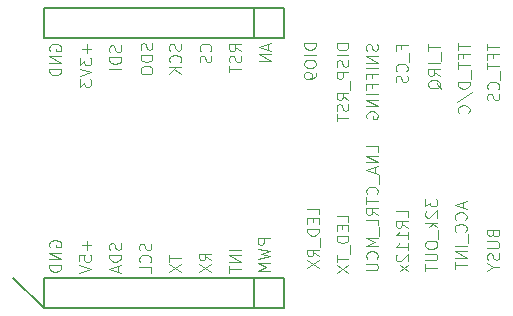
<source format=gbr>
%TF.GenerationSoftware,KiCad,Pcbnew,(6.0.8)*%
%TF.CreationDate,2023-04-10T13:30:07+02:00*%
%TF.ProjectId,LR1120_Mikrobus,4c523131-3230-45f4-9d69-6b726f627573,rev?*%
%TF.SameCoordinates,Original*%
%TF.FileFunction,Legend,Bot*%
%TF.FilePolarity,Positive*%
%FSLAX46Y46*%
G04 Gerber Fmt 4.6, Leading zero omitted, Abs format (unit mm)*
G04 Created by KiCad (PCBNEW (6.0.8)) date 2023-04-10 13:30:07*
%MOMM*%
%LPD*%
G01*
G04 APERTURE LIST*
%ADD10C,0.050000*%
%ADD11C,0.127000*%
G04 APERTURE END LIST*
D10*
X128452380Y-103035714D02*
X127452380Y-103035714D01*
X127452380Y-103273809D01*
X127500000Y-103416666D01*
X127595238Y-103511904D01*
X127690476Y-103559523D01*
X127880952Y-103607142D01*
X128023809Y-103607142D01*
X128214285Y-103559523D01*
X128309523Y-103511904D01*
X128404761Y-103416666D01*
X128452380Y-103273809D01*
X128452380Y-103035714D01*
X128452380Y-104035714D02*
X127452380Y-104035714D01*
X128404761Y-104464285D02*
X128452380Y-104607142D01*
X128452380Y-104845238D01*
X128404761Y-104940476D01*
X128357142Y-104988095D01*
X128261904Y-105035714D01*
X128166666Y-105035714D01*
X128071428Y-104988095D01*
X128023809Y-104940476D01*
X127976190Y-104845238D01*
X127928571Y-104654761D01*
X127880952Y-104559523D01*
X127833333Y-104511904D01*
X127738095Y-104464285D01*
X127642857Y-104464285D01*
X127547619Y-104511904D01*
X127500000Y-104559523D01*
X127452380Y-104654761D01*
X127452380Y-104892857D01*
X127500000Y-105035714D01*
X128452380Y-105464285D02*
X127452380Y-105464285D01*
X127452380Y-105845238D01*
X127500000Y-105940476D01*
X127547619Y-105988095D01*
X127642857Y-106035714D01*
X127785714Y-106035714D01*
X127880952Y-105988095D01*
X127928571Y-105940476D01*
X127976190Y-105845238D01*
X127976190Y-105464285D01*
X128547619Y-106226190D02*
X128547619Y-106988095D01*
X128452380Y-107797619D02*
X127976190Y-107464285D01*
X128452380Y-107226190D02*
X127452380Y-107226190D01*
X127452380Y-107607142D01*
X127500000Y-107702380D01*
X127547619Y-107750000D01*
X127642857Y-107797619D01*
X127785714Y-107797619D01*
X127880952Y-107750000D01*
X127928571Y-107702380D01*
X127976190Y-107607142D01*
X127976190Y-107226190D01*
X128404761Y-108178571D02*
X128452380Y-108321428D01*
X128452380Y-108559523D01*
X128404761Y-108654761D01*
X128357142Y-108702380D01*
X128261904Y-108750000D01*
X128166666Y-108750000D01*
X128071428Y-108702380D01*
X128023809Y-108654761D01*
X127976190Y-108559523D01*
X127928571Y-108369047D01*
X127880952Y-108273809D01*
X127833333Y-108226190D01*
X127738095Y-108178571D01*
X127642857Y-108178571D01*
X127547619Y-108226190D01*
X127500000Y-108273809D01*
X127452380Y-108369047D01*
X127452380Y-108607142D01*
X127500000Y-108750000D01*
X127452380Y-109035714D02*
X127452380Y-109607142D01*
X128452380Y-109321428D02*
X127452380Y-109321428D01*
X137702380Y-103000000D02*
X137702380Y-103571428D01*
X138702380Y-103285714D02*
X137702380Y-103285714D01*
X138178571Y-104238095D02*
X138178571Y-103904761D01*
X138702380Y-103904761D02*
X137702380Y-103904761D01*
X137702380Y-104380952D01*
X137702380Y-104619047D02*
X137702380Y-105190476D01*
X138702380Y-104904761D02*
X137702380Y-104904761D01*
X138797619Y-105285714D02*
X138797619Y-106047619D01*
X138702380Y-106285714D02*
X137702380Y-106285714D01*
X137702380Y-106523809D01*
X137750000Y-106666666D01*
X137845238Y-106761904D01*
X137940476Y-106809523D01*
X138130952Y-106857142D01*
X138273809Y-106857142D01*
X138464285Y-106809523D01*
X138559523Y-106761904D01*
X138654761Y-106666666D01*
X138702380Y-106523809D01*
X138702380Y-106285714D01*
X137654761Y-108000000D02*
X138940476Y-107142857D01*
X138607142Y-108904761D02*
X138654761Y-108857142D01*
X138702380Y-108714285D01*
X138702380Y-108619047D01*
X138654761Y-108476190D01*
X138559523Y-108380952D01*
X138464285Y-108333333D01*
X138273809Y-108285714D01*
X138130952Y-108285714D01*
X137940476Y-108333333D01*
X137845238Y-108380952D01*
X137750000Y-108476190D01*
X137702380Y-108619047D01*
X137702380Y-108714285D01*
X137750000Y-108857142D01*
X137797619Y-108904761D01*
X140678571Y-119142857D02*
X140726190Y-119285714D01*
X140773809Y-119333333D01*
X140869047Y-119380952D01*
X141011904Y-119380952D01*
X141107142Y-119333333D01*
X141154761Y-119285714D01*
X141202380Y-119190476D01*
X141202380Y-118809523D01*
X140202380Y-118809523D01*
X140202380Y-119142857D01*
X140250000Y-119238095D01*
X140297619Y-119285714D01*
X140392857Y-119333333D01*
X140488095Y-119333333D01*
X140583333Y-119285714D01*
X140630952Y-119238095D01*
X140678571Y-119142857D01*
X140678571Y-118809523D01*
X140202380Y-119809523D02*
X141011904Y-119809523D01*
X141107142Y-119857142D01*
X141154761Y-119904761D01*
X141202380Y-120000000D01*
X141202380Y-120190476D01*
X141154761Y-120285714D01*
X141107142Y-120333333D01*
X141011904Y-120380952D01*
X140202380Y-120380952D01*
X141154761Y-120809523D02*
X141202380Y-120952380D01*
X141202380Y-121190476D01*
X141154761Y-121285714D01*
X141107142Y-121333333D01*
X141011904Y-121380952D01*
X140916666Y-121380952D01*
X140821428Y-121333333D01*
X140773809Y-121285714D01*
X140726190Y-121190476D01*
X140678571Y-121000000D01*
X140630952Y-120904761D01*
X140583333Y-120857142D01*
X140488095Y-120809523D01*
X140392857Y-120809523D01*
X140297619Y-120857142D01*
X140250000Y-120904761D01*
X140202380Y-121000000D01*
X140202380Y-121238095D01*
X140250000Y-121380952D01*
X140726190Y-122000000D02*
X141202380Y-122000000D01*
X140202380Y-121666666D02*
X140726190Y-122000000D01*
X140202380Y-122333333D01*
X130952380Y-112214285D02*
X130952380Y-111738095D01*
X129952380Y-111738095D01*
X130952380Y-112547619D02*
X129952380Y-112547619D01*
X130952380Y-113119047D01*
X129952380Y-113119047D01*
X130666666Y-113547619D02*
X130666666Y-114023809D01*
X130952380Y-113452380D02*
X129952380Y-113785714D01*
X130952380Y-114119047D01*
X131047619Y-114214285D02*
X131047619Y-114976190D01*
X130857142Y-115785714D02*
X130904761Y-115738095D01*
X130952380Y-115595238D01*
X130952380Y-115500000D01*
X130904761Y-115357142D01*
X130809523Y-115261904D01*
X130714285Y-115214285D01*
X130523809Y-115166666D01*
X130380952Y-115166666D01*
X130190476Y-115214285D01*
X130095238Y-115261904D01*
X130000000Y-115357142D01*
X129952380Y-115500000D01*
X129952380Y-115595238D01*
X130000000Y-115738095D01*
X130047619Y-115785714D01*
X129952380Y-116071428D02*
X129952380Y-116642857D01*
X130952380Y-116357142D02*
X129952380Y-116357142D01*
X130952380Y-117547619D02*
X130476190Y-117214285D01*
X130952380Y-116976190D02*
X129952380Y-116976190D01*
X129952380Y-117357142D01*
X130000000Y-117452380D01*
X130047619Y-117500000D01*
X130142857Y-117547619D01*
X130285714Y-117547619D01*
X130380952Y-117500000D01*
X130428571Y-117452380D01*
X130476190Y-117357142D01*
X130476190Y-116976190D01*
X130952380Y-118452380D02*
X130952380Y-117976190D01*
X129952380Y-117976190D01*
X131047619Y-118547619D02*
X131047619Y-119309523D01*
X130952380Y-119547619D02*
X129952380Y-119547619D01*
X130666666Y-119880952D01*
X129952380Y-120214285D01*
X130952380Y-120214285D01*
X130857142Y-121261904D02*
X130904761Y-121214285D01*
X130952380Y-121071428D01*
X130952380Y-120976190D01*
X130904761Y-120833333D01*
X130809523Y-120738095D01*
X130714285Y-120690476D01*
X130523809Y-120642857D01*
X130380952Y-120642857D01*
X130190476Y-120690476D01*
X130095238Y-120738095D01*
X130000000Y-120833333D01*
X129952380Y-120976190D01*
X129952380Y-121071428D01*
X130000000Y-121214285D01*
X130047619Y-121261904D01*
X129952380Y-121690476D02*
X130761904Y-121690476D01*
X130857142Y-121738095D01*
X130904761Y-121785714D01*
X130952380Y-121880952D01*
X130952380Y-122071428D01*
X130904761Y-122166666D01*
X130857142Y-122214285D01*
X130761904Y-122261904D01*
X129952380Y-122261904D01*
X125952380Y-117500000D02*
X125952380Y-117023809D01*
X124952380Y-117023809D01*
X125428571Y-117833333D02*
X125428571Y-118166666D01*
X125952380Y-118309523D02*
X125952380Y-117833333D01*
X124952380Y-117833333D01*
X124952380Y-118309523D01*
X125952380Y-118738095D02*
X124952380Y-118738095D01*
X124952380Y-118976190D01*
X125000000Y-119119047D01*
X125095238Y-119214285D01*
X125190476Y-119261904D01*
X125380952Y-119309523D01*
X125523809Y-119309523D01*
X125714285Y-119261904D01*
X125809523Y-119214285D01*
X125904761Y-119119047D01*
X125952380Y-118976190D01*
X125952380Y-118738095D01*
X126047619Y-119500000D02*
X126047619Y-120261904D01*
X125952380Y-121071428D02*
X125476190Y-120738095D01*
X125952380Y-120500000D02*
X124952380Y-120500000D01*
X124952380Y-120880952D01*
X125000000Y-120976190D01*
X125047619Y-121023809D01*
X125142857Y-121071428D01*
X125285714Y-121071428D01*
X125380952Y-121023809D01*
X125428571Y-120976190D01*
X125476190Y-120880952D01*
X125476190Y-120500000D01*
X124952380Y-121404761D02*
X125952380Y-122071428D01*
X124952380Y-122071428D02*
X125952380Y-121404761D01*
X134952380Y-116226190D02*
X134952380Y-116845238D01*
X135333333Y-116511904D01*
X135333333Y-116654761D01*
X135380952Y-116750000D01*
X135428571Y-116797619D01*
X135523809Y-116845238D01*
X135761904Y-116845238D01*
X135857142Y-116797619D01*
X135904761Y-116750000D01*
X135952380Y-116654761D01*
X135952380Y-116369047D01*
X135904761Y-116273809D01*
X135857142Y-116226190D01*
X135047619Y-117226190D02*
X135000000Y-117273809D01*
X134952380Y-117369047D01*
X134952380Y-117607142D01*
X135000000Y-117702380D01*
X135047619Y-117750000D01*
X135142857Y-117797619D01*
X135238095Y-117797619D01*
X135380952Y-117750000D01*
X135952380Y-117178571D01*
X135952380Y-117797619D01*
X135952380Y-118226190D02*
X134952380Y-118226190D01*
X135571428Y-118321428D02*
X135952380Y-118607142D01*
X135285714Y-118607142D02*
X135666666Y-118226190D01*
X136047619Y-118797619D02*
X136047619Y-119559523D01*
X134952380Y-119988095D02*
X134952380Y-120178571D01*
X135000000Y-120273809D01*
X135095238Y-120369047D01*
X135285714Y-120416666D01*
X135619047Y-120416666D01*
X135809523Y-120369047D01*
X135904761Y-120273809D01*
X135952380Y-120178571D01*
X135952380Y-119988095D01*
X135904761Y-119892857D01*
X135809523Y-119797619D01*
X135619047Y-119750000D01*
X135285714Y-119750000D01*
X135095238Y-119797619D01*
X135000000Y-119892857D01*
X134952380Y-119988095D01*
X134952380Y-120845238D02*
X135761904Y-120845238D01*
X135857142Y-120892857D01*
X135904761Y-120940476D01*
X135952380Y-121035714D01*
X135952380Y-121226190D01*
X135904761Y-121321428D01*
X135857142Y-121369047D01*
X135761904Y-121416666D01*
X134952380Y-121416666D01*
X134952380Y-121750000D02*
X134952380Y-122321428D01*
X135952380Y-122035714D02*
X134952380Y-122035714D01*
X130904761Y-103083333D02*
X130952380Y-103226190D01*
X130952380Y-103464285D01*
X130904761Y-103559523D01*
X130857142Y-103607142D01*
X130761904Y-103654761D01*
X130666666Y-103654761D01*
X130571428Y-103607142D01*
X130523809Y-103559523D01*
X130476190Y-103464285D01*
X130428571Y-103273809D01*
X130380952Y-103178571D01*
X130333333Y-103130952D01*
X130238095Y-103083333D01*
X130142857Y-103083333D01*
X130047619Y-103130952D01*
X130000000Y-103178571D01*
X129952380Y-103273809D01*
X129952380Y-103511904D01*
X130000000Y-103654761D01*
X130952380Y-104083333D02*
X129952380Y-104083333D01*
X130952380Y-104654761D01*
X129952380Y-104654761D01*
X130952380Y-105130952D02*
X129952380Y-105130952D01*
X130428571Y-105940476D02*
X130428571Y-105607142D01*
X130952380Y-105607142D02*
X129952380Y-105607142D01*
X129952380Y-106083333D01*
X130428571Y-106797619D02*
X130428571Y-106464285D01*
X130952380Y-106464285D02*
X129952380Y-106464285D01*
X129952380Y-106940476D01*
X130952380Y-107321428D02*
X129952380Y-107321428D01*
X130952380Y-107797619D02*
X129952380Y-107797619D01*
X130952380Y-108369047D01*
X129952380Y-108369047D01*
X130000000Y-109369047D02*
X129952380Y-109273809D01*
X129952380Y-109130952D01*
X130000000Y-108988095D01*
X130095238Y-108892857D01*
X130190476Y-108845238D01*
X130380952Y-108797619D01*
X130523809Y-108797619D01*
X130714285Y-108845238D01*
X130809523Y-108892857D01*
X130904761Y-108988095D01*
X130952380Y-109130952D01*
X130952380Y-109226190D01*
X130904761Y-109369047D01*
X130857142Y-109416666D01*
X130523809Y-109416666D01*
X130523809Y-109226190D01*
X135202380Y-103071428D02*
X135202380Y-103642857D01*
X136202380Y-103357142D02*
X135202380Y-103357142D01*
X136297619Y-103738095D02*
X136297619Y-104500000D01*
X136202380Y-104738095D02*
X135202380Y-104738095D01*
X136202380Y-105785714D02*
X135726190Y-105452380D01*
X136202380Y-105214285D02*
X135202380Y-105214285D01*
X135202380Y-105595238D01*
X135250000Y-105690476D01*
X135297619Y-105738095D01*
X135392857Y-105785714D01*
X135535714Y-105785714D01*
X135630952Y-105738095D01*
X135678571Y-105690476D01*
X135726190Y-105595238D01*
X135726190Y-105214285D01*
X136297619Y-106880952D02*
X136250000Y-106785714D01*
X136154761Y-106690476D01*
X136011904Y-106547619D01*
X135964285Y-106452380D01*
X135964285Y-106357142D01*
X136202380Y-106404761D02*
X136154761Y-106309523D01*
X136059523Y-106214285D01*
X135869047Y-106166666D01*
X135535714Y-106166666D01*
X135345238Y-106214285D01*
X135250000Y-106309523D01*
X135202380Y-106404761D01*
X135202380Y-106595238D01*
X135250000Y-106690476D01*
X135345238Y-106785714D01*
X135535714Y-106833333D01*
X135869047Y-106833333D01*
X136059523Y-106785714D01*
X136154761Y-106690476D01*
X136202380Y-106595238D01*
X136202380Y-106404761D01*
X133452380Y-117726190D02*
X133452380Y-117250000D01*
X132452380Y-117250000D01*
X133452380Y-118630952D02*
X132976190Y-118297619D01*
X133452380Y-118059523D02*
X132452380Y-118059523D01*
X132452380Y-118440476D01*
X132500000Y-118535714D01*
X132547619Y-118583333D01*
X132642857Y-118630952D01*
X132785714Y-118630952D01*
X132880952Y-118583333D01*
X132928571Y-118535714D01*
X132976190Y-118440476D01*
X132976190Y-118059523D01*
X133452380Y-119583333D02*
X133452380Y-119011904D01*
X133452380Y-119297619D02*
X132452380Y-119297619D01*
X132595238Y-119202380D01*
X132690476Y-119107142D01*
X132738095Y-119011904D01*
X133452380Y-120535714D02*
X133452380Y-119964285D01*
X133452380Y-120250000D02*
X132452380Y-120250000D01*
X132595238Y-120154761D01*
X132690476Y-120059523D01*
X132738095Y-119964285D01*
X132547619Y-120916666D02*
X132500000Y-120964285D01*
X132452380Y-121059523D01*
X132452380Y-121297619D01*
X132500000Y-121392857D01*
X132547619Y-121440476D01*
X132642857Y-121488095D01*
X132738095Y-121488095D01*
X132880952Y-121440476D01*
X133452380Y-120869047D01*
X133452380Y-121488095D01*
X133452380Y-121821428D02*
X132785714Y-122345238D01*
X132785714Y-121821428D02*
X133452380Y-122345238D01*
X138166666Y-116488095D02*
X138166666Y-116964285D01*
X138452380Y-116392857D02*
X137452380Y-116726190D01*
X138452380Y-117059523D01*
X138357142Y-117964285D02*
X138404761Y-117916666D01*
X138452380Y-117773809D01*
X138452380Y-117678571D01*
X138404761Y-117535714D01*
X138309523Y-117440476D01*
X138214285Y-117392857D01*
X138023809Y-117345238D01*
X137880952Y-117345238D01*
X137690476Y-117392857D01*
X137595238Y-117440476D01*
X137500000Y-117535714D01*
X137452380Y-117678571D01*
X137452380Y-117773809D01*
X137500000Y-117916666D01*
X137547619Y-117964285D01*
X138357142Y-118964285D02*
X138404761Y-118916666D01*
X138452380Y-118773809D01*
X138452380Y-118678571D01*
X138404761Y-118535714D01*
X138309523Y-118440476D01*
X138214285Y-118392857D01*
X138023809Y-118345238D01*
X137880952Y-118345238D01*
X137690476Y-118392857D01*
X137595238Y-118440476D01*
X137500000Y-118535714D01*
X137452380Y-118678571D01*
X137452380Y-118773809D01*
X137500000Y-118916666D01*
X137547619Y-118964285D01*
X138547619Y-119154761D02*
X138547619Y-119916666D01*
X138452380Y-120154761D02*
X137452380Y-120154761D01*
X138452380Y-120630952D02*
X137452380Y-120630952D01*
X138452380Y-121202380D01*
X137452380Y-121202380D01*
X137452380Y-121535714D02*
X137452380Y-122107142D01*
X138452380Y-121821428D02*
X137452380Y-121821428D01*
X132928571Y-103535714D02*
X132928571Y-103202380D01*
X133452380Y-103202380D02*
X132452380Y-103202380D01*
X132452380Y-103678571D01*
X133547619Y-103821428D02*
X133547619Y-104583333D01*
X133357142Y-105392857D02*
X133404761Y-105345238D01*
X133452380Y-105202380D01*
X133452380Y-105107142D01*
X133404761Y-104964285D01*
X133309523Y-104869047D01*
X133214285Y-104821428D01*
X133023809Y-104773809D01*
X132880952Y-104773809D01*
X132690476Y-104821428D01*
X132595238Y-104869047D01*
X132500000Y-104964285D01*
X132452380Y-105107142D01*
X132452380Y-105202380D01*
X132500000Y-105345238D01*
X132547619Y-105392857D01*
X133404761Y-105773809D02*
X133452380Y-105916666D01*
X133452380Y-106154761D01*
X133404761Y-106250000D01*
X133357142Y-106297619D01*
X133261904Y-106345238D01*
X133166666Y-106345238D01*
X133071428Y-106297619D01*
X133023809Y-106250000D01*
X132976190Y-106154761D01*
X132928571Y-105964285D01*
X132880952Y-105869047D01*
X132833333Y-105821428D01*
X132738095Y-105773809D01*
X132642857Y-105773809D01*
X132547619Y-105821428D01*
X132500000Y-105869047D01*
X132452380Y-105964285D01*
X132452380Y-106202380D01*
X132500000Y-106345238D01*
X128452380Y-118119047D02*
X128452380Y-117642857D01*
X127452380Y-117642857D01*
X127928571Y-118452380D02*
X127928571Y-118785714D01*
X128452380Y-118928571D02*
X128452380Y-118452380D01*
X127452380Y-118452380D01*
X127452380Y-118928571D01*
X128452380Y-119357142D02*
X127452380Y-119357142D01*
X127452380Y-119595238D01*
X127500000Y-119738095D01*
X127595238Y-119833333D01*
X127690476Y-119880952D01*
X127880952Y-119928571D01*
X128023809Y-119928571D01*
X128214285Y-119880952D01*
X128309523Y-119833333D01*
X128404761Y-119738095D01*
X128452380Y-119595238D01*
X128452380Y-119357142D01*
X128547619Y-120119047D02*
X128547619Y-120880952D01*
X127452380Y-120976190D02*
X127452380Y-121547619D01*
X128452380Y-121261904D02*
X127452380Y-121261904D01*
X127452380Y-121785714D02*
X128452380Y-122452380D01*
X127452380Y-122452380D02*
X128452380Y-121785714D01*
X125702380Y-103000000D02*
X124702380Y-103000000D01*
X124702380Y-103238095D01*
X124750000Y-103380952D01*
X124845238Y-103476190D01*
X124940476Y-103523809D01*
X125130952Y-103571428D01*
X125273809Y-103571428D01*
X125464285Y-103523809D01*
X125559523Y-103476190D01*
X125654761Y-103380952D01*
X125702380Y-103238095D01*
X125702380Y-103000000D01*
X125702380Y-104000000D02*
X124702380Y-104000000D01*
X124702380Y-104666666D02*
X124702380Y-104857142D01*
X124750000Y-104952380D01*
X124845238Y-105047619D01*
X125035714Y-105095238D01*
X125369047Y-105095238D01*
X125559523Y-105047619D01*
X125654761Y-104952380D01*
X125702380Y-104857142D01*
X125702380Y-104666666D01*
X125654761Y-104571428D01*
X125559523Y-104476190D01*
X125369047Y-104428571D01*
X125035714Y-104428571D01*
X124845238Y-104476190D01*
X124750000Y-104571428D01*
X124702380Y-104666666D01*
X125702380Y-105571428D02*
X125702380Y-105761904D01*
X125654761Y-105857142D01*
X125607142Y-105904761D01*
X125464285Y-106000000D01*
X125273809Y-106047619D01*
X124892857Y-106047619D01*
X124797619Y-106000000D01*
X124750000Y-105952380D01*
X124702380Y-105857142D01*
X124702380Y-105666666D01*
X124750000Y-105571428D01*
X124797619Y-105523809D01*
X124892857Y-105476190D01*
X125130952Y-105476190D01*
X125226190Y-105523809D01*
X125273809Y-105571428D01*
X125321428Y-105666666D01*
X125321428Y-105857142D01*
X125273809Y-105952380D01*
X125226190Y-106000000D01*
X125130952Y-106047619D01*
X140202380Y-103047619D02*
X140202380Y-103619047D01*
X141202380Y-103333333D02*
X140202380Y-103333333D01*
X140678571Y-104285714D02*
X140678571Y-103952380D01*
X141202380Y-103952380D02*
X140202380Y-103952380D01*
X140202380Y-104428571D01*
X140202380Y-104666666D02*
X140202380Y-105238095D01*
X141202380Y-104952380D02*
X140202380Y-104952380D01*
X141297619Y-105333333D02*
X141297619Y-106095238D01*
X141107142Y-106904761D02*
X141154761Y-106857142D01*
X141202380Y-106714285D01*
X141202380Y-106619047D01*
X141154761Y-106476190D01*
X141059523Y-106380952D01*
X140964285Y-106333333D01*
X140773809Y-106285714D01*
X140630952Y-106285714D01*
X140440476Y-106333333D01*
X140345238Y-106380952D01*
X140250000Y-106476190D01*
X140202380Y-106619047D01*
X140202380Y-106714285D01*
X140250000Y-106857142D01*
X140297619Y-106904761D01*
X141154761Y-107285714D02*
X141202380Y-107428571D01*
X141202380Y-107666666D01*
X141154761Y-107761904D01*
X141107142Y-107809523D01*
X141011904Y-107857142D01*
X140916666Y-107857142D01*
X140821428Y-107809523D01*
X140773809Y-107761904D01*
X140726190Y-107666666D01*
X140678571Y-107476190D01*
X140630952Y-107380952D01*
X140583333Y-107333333D01*
X140488095Y-107285714D01*
X140392857Y-107285714D01*
X140297619Y-107333333D01*
X140250000Y-107380952D01*
X140202380Y-107476190D01*
X140202380Y-107714285D01*
X140250000Y-107857142D01*
%TO.C,CON1*%
X121616666Y-103071286D02*
X121616666Y-103547476D01*
X121902380Y-102976048D02*
X120902380Y-103309381D01*
X121902380Y-103642714D01*
X121902380Y-103976048D02*
X120902380Y-103976048D01*
X121902380Y-104547476D01*
X120902380Y-104547476D01*
X119362380Y-103690333D02*
X118886190Y-103357000D01*
X119362380Y-103118905D02*
X118362380Y-103118905D01*
X118362380Y-103499857D01*
X118410000Y-103595095D01*
X118457619Y-103642714D01*
X118552857Y-103690333D01*
X118695714Y-103690333D01*
X118790952Y-103642714D01*
X118838571Y-103595095D01*
X118886190Y-103499857D01*
X118886190Y-103118905D01*
X119314761Y-104071286D02*
X119362380Y-104214143D01*
X119362380Y-104452238D01*
X119314761Y-104547476D01*
X119267142Y-104595095D01*
X119171904Y-104642714D01*
X119076666Y-104642714D01*
X118981428Y-104595095D01*
X118933809Y-104547476D01*
X118886190Y-104452238D01*
X118838571Y-104261762D01*
X118790952Y-104166524D01*
X118743333Y-104118905D01*
X118648095Y-104071286D01*
X118552857Y-104071286D01*
X118457619Y-104118905D01*
X118410000Y-104166524D01*
X118362380Y-104261762D01*
X118362380Y-104499857D01*
X118410000Y-104642714D01*
X118362380Y-104928429D02*
X118362380Y-105499857D01*
X119362380Y-105214143D02*
X118362380Y-105214143D01*
X116752542Y-103690333D02*
X116800161Y-103642714D01*
X116847780Y-103499857D01*
X116847780Y-103404619D01*
X116800161Y-103261761D01*
X116704923Y-103166523D01*
X116609685Y-103118904D01*
X116419209Y-103071285D01*
X116276352Y-103071285D01*
X116085876Y-103118904D01*
X115990638Y-103166523D01*
X115895400Y-103261761D01*
X115847780Y-103404619D01*
X115847780Y-103499857D01*
X115895400Y-103642714D01*
X115943019Y-103690333D01*
X116800161Y-104071285D02*
X116847780Y-104214142D01*
X116847780Y-104452238D01*
X116800161Y-104547476D01*
X116752542Y-104595095D01*
X116657304Y-104642714D01*
X116562066Y-104642714D01*
X116466828Y-104595095D01*
X116419209Y-104547476D01*
X116371590Y-104452238D01*
X116323971Y-104261761D01*
X116276352Y-104166523D01*
X116228733Y-104118904D01*
X116133495Y-104071285D01*
X116038257Y-104071285D01*
X115943019Y-104118904D01*
X115895400Y-104166523D01*
X115847780Y-104261761D01*
X115847780Y-104499857D01*
X115895400Y-104642714D01*
X114234761Y-103071285D02*
X114282380Y-103214142D01*
X114282380Y-103452238D01*
X114234761Y-103547476D01*
X114187142Y-103595095D01*
X114091904Y-103642714D01*
X113996666Y-103642714D01*
X113901428Y-103595095D01*
X113853809Y-103547476D01*
X113806190Y-103452238D01*
X113758571Y-103261761D01*
X113710952Y-103166523D01*
X113663333Y-103118904D01*
X113568095Y-103071285D01*
X113472857Y-103071285D01*
X113377619Y-103118904D01*
X113330000Y-103166523D01*
X113282380Y-103261761D01*
X113282380Y-103499857D01*
X113330000Y-103642714D01*
X114187142Y-104642714D02*
X114234761Y-104595095D01*
X114282380Y-104452238D01*
X114282380Y-104357000D01*
X114234761Y-104214142D01*
X114139523Y-104118904D01*
X114044285Y-104071285D01*
X113853809Y-104023666D01*
X113710952Y-104023666D01*
X113520476Y-104071285D01*
X113425238Y-104118904D01*
X113330000Y-104214142D01*
X113282380Y-104357000D01*
X113282380Y-104452238D01*
X113330000Y-104595095D01*
X113377619Y-104642714D01*
X114282380Y-105071285D02*
X113282380Y-105071285D01*
X114282380Y-105642714D02*
X113710952Y-105214142D01*
X113282380Y-105642714D02*
X113853809Y-105071285D01*
X111809761Y-103025476D02*
X111857380Y-103168333D01*
X111857380Y-103406428D01*
X111809761Y-103501666D01*
X111762142Y-103549285D01*
X111666904Y-103596904D01*
X111571666Y-103596904D01*
X111476428Y-103549285D01*
X111428809Y-103501666D01*
X111381190Y-103406428D01*
X111333571Y-103215952D01*
X111285952Y-103120714D01*
X111238333Y-103073095D01*
X111143095Y-103025476D01*
X111047857Y-103025476D01*
X110952619Y-103073095D01*
X110905000Y-103120714D01*
X110857380Y-103215952D01*
X110857380Y-103454047D01*
X110905000Y-103596904D01*
X111857380Y-104025476D02*
X110857380Y-104025476D01*
X110857380Y-104263571D01*
X110905000Y-104406428D01*
X111000238Y-104501666D01*
X111095476Y-104549285D01*
X111285952Y-104596904D01*
X111428809Y-104596904D01*
X111619285Y-104549285D01*
X111714523Y-104501666D01*
X111809761Y-104406428D01*
X111857380Y-104263571D01*
X111857380Y-104025476D01*
X110857380Y-105215952D02*
X110857380Y-105406428D01*
X110905000Y-105501666D01*
X111000238Y-105596904D01*
X111190714Y-105644523D01*
X111524047Y-105644523D01*
X111714523Y-105596904D01*
X111809761Y-105501666D01*
X111857380Y-105406428D01*
X111857380Y-105215952D01*
X111809761Y-105120714D01*
X111714523Y-105025476D01*
X111524047Y-104977857D01*
X111190714Y-104977857D01*
X111000238Y-105025476D01*
X110905000Y-105120714D01*
X110857380Y-105215952D01*
X109154761Y-103211190D02*
X109202380Y-103354047D01*
X109202380Y-103592142D01*
X109154761Y-103687380D01*
X109107142Y-103735000D01*
X109011904Y-103782619D01*
X108916666Y-103782619D01*
X108821428Y-103735000D01*
X108773809Y-103687380D01*
X108726190Y-103592142D01*
X108678571Y-103401666D01*
X108630952Y-103306428D01*
X108583333Y-103258809D01*
X108488095Y-103211190D01*
X108392857Y-103211190D01*
X108297619Y-103258809D01*
X108250000Y-103306428D01*
X108202380Y-103401666D01*
X108202380Y-103639761D01*
X108250000Y-103782619D01*
X109202380Y-104211190D02*
X108202380Y-104211190D01*
X108202380Y-104449285D01*
X108250000Y-104592142D01*
X108345238Y-104687380D01*
X108440476Y-104735000D01*
X108630952Y-104782619D01*
X108773809Y-104782619D01*
X108964285Y-104735000D01*
X109059523Y-104687380D01*
X109154761Y-104592142D01*
X109202380Y-104449285D01*
X109202380Y-104211190D01*
X109202380Y-105211190D02*
X108202380Y-105211190D01*
X106306828Y-103118905D02*
X106306828Y-103880810D01*
X106687780Y-103499857D02*
X105925876Y-103499857D01*
X105687780Y-104261762D02*
X105687780Y-104880810D01*
X106068733Y-104547476D01*
X106068733Y-104690333D01*
X106116352Y-104785571D01*
X106163971Y-104833190D01*
X106259209Y-104880810D01*
X106497304Y-104880810D01*
X106592542Y-104833190D01*
X106640161Y-104785571D01*
X106687780Y-104690333D01*
X106687780Y-104404619D01*
X106640161Y-104309381D01*
X106592542Y-104261762D01*
X105687780Y-105166524D02*
X106687780Y-105499857D01*
X105687780Y-105833190D01*
X105687780Y-106071286D02*
X105687780Y-106690333D01*
X106068733Y-106357000D01*
X106068733Y-106499857D01*
X106116352Y-106595095D01*
X106163971Y-106642714D01*
X106259209Y-106690333D01*
X106497304Y-106690333D01*
X106592542Y-106642714D01*
X106640161Y-106595095D01*
X106687780Y-106499857D01*
X106687780Y-106214143D01*
X106640161Y-106118905D01*
X106592542Y-106071286D01*
X103170000Y-103642714D02*
X103122380Y-103547476D01*
X103122380Y-103404619D01*
X103170000Y-103261761D01*
X103265238Y-103166523D01*
X103360476Y-103118904D01*
X103550952Y-103071285D01*
X103693809Y-103071285D01*
X103884285Y-103118904D01*
X103979523Y-103166523D01*
X104074761Y-103261761D01*
X104122380Y-103404619D01*
X104122380Y-103499857D01*
X104074761Y-103642714D01*
X104027142Y-103690333D01*
X103693809Y-103690333D01*
X103693809Y-103499857D01*
X104122380Y-104118904D02*
X103122380Y-104118904D01*
X104122380Y-104690333D01*
X103122380Y-104690333D01*
X104122380Y-105166523D02*
X103122380Y-105166523D01*
X103122380Y-105404619D01*
X103170000Y-105547476D01*
X103265238Y-105642714D01*
X103360476Y-105690333D01*
X103550952Y-105737952D01*
X103693809Y-105737952D01*
X103884285Y-105690333D01*
X103979523Y-105642714D01*
X104074761Y-105547476D01*
X104122380Y-105404619D01*
X104122380Y-105166523D01*
X103170000Y-120266942D02*
X103122380Y-120171704D01*
X103122380Y-120028847D01*
X103170000Y-119885989D01*
X103265238Y-119790751D01*
X103360476Y-119743132D01*
X103550952Y-119695513D01*
X103693809Y-119695513D01*
X103884285Y-119743132D01*
X103979523Y-119790751D01*
X104074761Y-119885989D01*
X104122380Y-120028847D01*
X104122380Y-120124085D01*
X104074761Y-120266942D01*
X104027142Y-120314561D01*
X103693809Y-120314561D01*
X103693809Y-120124085D01*
X104122380Y-120743132D02*
X103122380Y-120743132D01*
X104122380Y-121314561D01*
X103122380Y-121314561D01*
X104122380Y-121790751D02*
X103122380Y-121790751D01*
X103122380Y-122028847D01*
X103170000Y-122171704D01*
X103265238Y-122266942D01*
X103360476Y-122314561D01*
X103550952Y-122362180D01*
X103693809Y-122362180D01*
X103884285Y-122314561D01*
X103979523Y-122266942D01*
X104074761Y-122171704D01*
X104122380Y-122028847D01*
X104122380Y-121790751D01*
X106281428Y-119743132D02*
X106281428Y-120505037D01*
X106662380Y-120124085D02*
X105900476Y-120124085D01*
X105662380Y-121457418D02*
X105662380Y-120981227D01*
X106138571Y-120933608D01*
X106090952Y-120981227D01*
X106043333Y-121076466D01*
X106043333Y-121314561D01*
X106090952Y-121409799D01*
X106138571Y-121457418D01*
X106233809Y-121505037D01*
X106471904Y-121505037D01*
X106567142Y-121457418D01*
X106614761Y-121409799D01*
X106662380Y-121314561D01*
X106662380Y-121076466D01*
X106614761Y-120981227D01*
X106567142Y-120933608D01*
X105662380Y-121790751D02*
X106662380Y-122124085D01*
X105662380Y-122457418D01*
X109154761Y-119933609D02*
X109202380Y-120076466D01*
X109202380Y-120314561D01*
X109154761Y-120409799D01*
X109107142Y-120457418D01*
X109011904Y-120505037D01*
X108916666Y-120505037D01*
X108821428Y-120457418D01*
X108773809Y-120409799D01*
X108726190Y-120314561D01*
X108678571Y-120124085D01*
X108630952Y-120028847D01*
X108583333Y-119981228D01*
X108488095Y-119933609D01*
X108392857Y-119933609D01*
X108297619Y-119981228D01*
X108250000Y-120028847D01*
X108202380Y-120124085D01*
X108202380Y-120362180D01*
X108250000Y-120505037D01*
X109202380Y-120933609D02*
X108202380Y-120933609D01*
X108202380Y-121171704D01*
X108250000Y-121314561D01*
X108345238Y-121409799D01*
X108440476Y-121457418D01*
X108630952Y-121505037D01*
X108773809Y-121505037D01*
X108964285Y-121457418D01*
X109059523Y-121409799D01*
X109154761Y-121314561D01*
X109202380Y-121171704D01*
X109202380Y-120933609D01*
X108916666Y-121885990D02*
X108916666Y-122362180D01*
X109202380Y-121790752D02*
X108202380Y-122124085D01*
X109202380Y-122457418D01*
X111694761Y-119981227D02*
X111742380Y-120124084D01*
X111742380Y-120362180D01*
X111694761Y-120457418D01*
X111647142Y-120505037D01*
X111551904Y-120552656D01*
X111456666Y-120552656D01*
X111361428Y-120505037D01*
X111313809Y-120457418D01*
X111266190Y-120362180D01*
X111218571Y-120171704D01*
X111170952Y-120076465D01*
X111123333Y-120028846D01*
X111028095Y-119981227D01*
X110932857Y-119981227D01*
X110837619Y-120028846D01*
X110790000Y-120076465D01*
X110742380Y-120171704D01*
X110742380Y-120409799D01*
X110790000Y-120552656D01*
X111647142Y-121552656D02*
X111694761Y-121505037D01*
X111742380Y-121362180D01*
X111742380Y-121266942D01*
X111694761Y-121124084D01*
X111599523Y-121028846D01*
X111504285Y-120981227D01*
X111313809Y-120933608D01*
X111170952Y-120933608D01*
X110980476Y-120981227D01*
X110885238Y-121028846D01*
X110790000Y-121124084D01*
X110742380Y-121266942D01*
X110742380Y-121362180D01*
X110790000Y-121505037D01*
X110837619Y-121552656D01*
X111742380Y-122457418D02*
X111742380Y-121981227D01*
X110742380Y-121981227D01*
X113282380Y-120933609D02*
X113282380Y-121505037D01*
X114282380Y-121219323D02*
X113282380Y-121219323D01*
X113282380Y-121743133D02*
X114282380Y-122409799D01*
X113282380Y-122409799D02*
X114282380Y-121743133D01*
X116822380Y-121409799D02*
X116346190Y-121076466D01*
X116822380Y-120838370D02*
X115822380Y-120838370D01*
X115822380Y-121219323D01*
X115870000Y-121314561D01*
X115917619Y-121362180D01*
X116012857Y-121409799D01*
X116155714Y-121409799D01*
X116250952Y-121362180D01*
X116298571Y-121314561D01*
X116346190Y-121219323D01*
X116346190Y-120838370D01*
X115822380Y-121743132D02*
X116822380Y-122409799D01*
X115822380Y-122409799D02*
X116822380Y-121743132D01*
X119362380Y-120505038D02*
X118362380Y-120505038D01*
X119362380Y-120981228D02*
X118362380Y-120981228D01*
X119362380Y-121552657D01*
X118362380Y-121552657D01*
X118362380Y-121885990D02*
X118362380Y-122457419D01*
X119362380Y-122171704D02*
X118362380Y-122171704D01*
X121775380Y-119505038D02*
X120775380Y-119505038D01*
X120775380Y-119885990D01*
X120823000Y-119981228D01*
X120870619Y-120028847D01*
X120965857Y-120076466D01*
X121108714Y-120076466D01*
X121203952Y-120028847D01*
X121251571Y-119981228D01*
X121299190Y-119885990D01*
X121299190Y-119505038D01*
X120775380Y-120409800D02*
X121775380Y-120647895D01*
X121061095Y-120838371D01*
X121775380Y-121028847D01*
X120775380Y-121266942D01*
X121775380Y-121647895D02*
X120775380Y-121647895D01*
X121489666Y-121981228D01*
X120775380Y-122314561D01*
X121775380Y-122314561D01*
D11*
X102635000Y-125415000D02*
X100045000Y-122875000D01*
X120415000Y-100015000D02*
X120415000Y-102555000D01*
X122955000Y-122875000D02*
X122955000Y-125415000D01*
X102635000Y-122875000D02*
X102635000Y-125415000D01*
X120415000Y-122875000D02*
X102635000Y-122875000D01*
X122955000Y-122875000D02*
X120415000Y-122875000D01*
X122955000Y-125415000D02*
X102635000Y-125415000D01*
X120415000Y-122875000D02*
X120415000Y-125415000D01*
X122955000Y-102555000D02*
X122955000Y-100015000D01*
X120415000Y-102555000D02*
X122955000Y-102555000D01*
X102635000Y-102555000D02*
X120415000Y-102555000D01*
X102635000Y-100015000D02*
X102635000Y-102555000D01*
X120415000Y-100015000D02*
X102635000Y-100015000D01*
X122955000Y-100015000D02*
X120415000Y-100015000D01*
%TD*%
M02*

</source>
